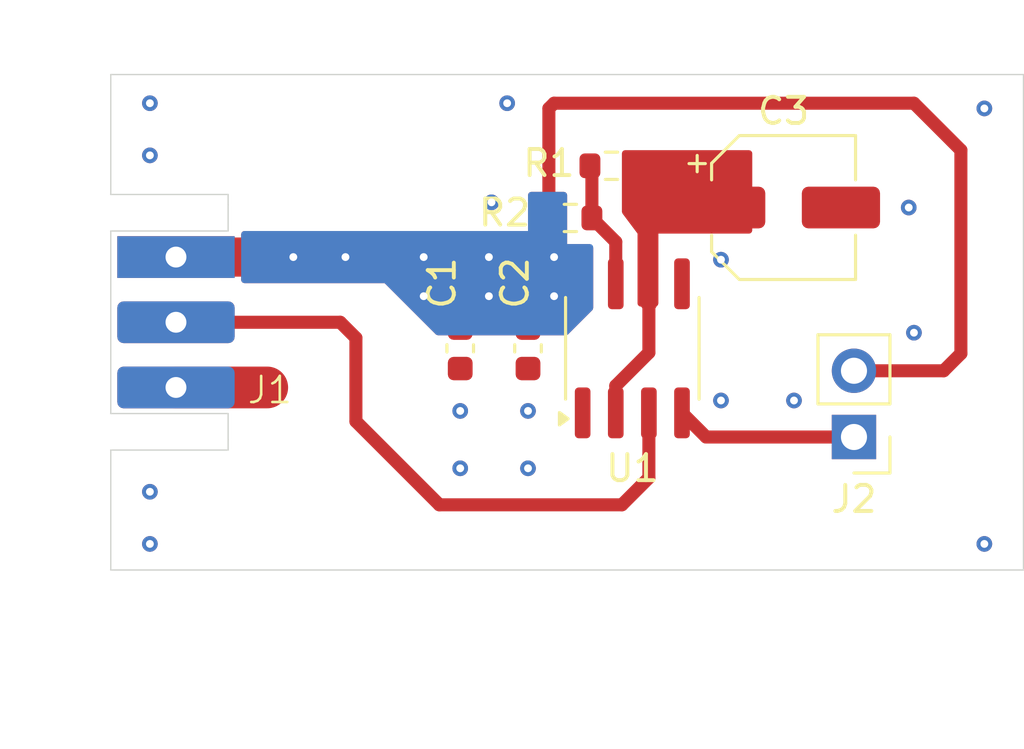
<source format=kicad_pcb>
(kicad_pcb (version 20241229) (generator "pcbnew") (generator_version "9.0")
  (layers (0 "F.Cu" signal) (2 "B.Cu" signal) (13 "F.Paste" user) (15 "B.Paste" user) (5 "F.SilkS" user "F.Silkscreen") (7 "B.SilkS" user "B.Silkscreen") (1 "F.Mask" user) (3 "B.Mask" user) (25 "Edge.Cuts" user))
  (net 0 "")
  (net 1 "+15V")
  (net 2 "GND")
  (net 3 "TR")
  (net 4 "OUT")
  (net 5 "reset")
  (net 7 "Net-(U1-DIS)")
  (footprint "Capacitor_SMD:C_0603_1608Metric" (layer "F.Cu") (at 44 76 -90)
    (property "Reference" "C2" (at -2.5 0.5 90) (layer "F.SilkS"))
    (property "Value" "10n")
    (fp_line (start -0.14058 0.51) (end 0.14058 0.51) (stroke (width 0.12)) (layer "F.SilkS"))
    (fp_line (start -0.14058 -0.51) (end 0.14058 -0.51) (stroke (width 0.12)) (layer "F.SilkS"))
    (pad "1" smd roundrect (at -0.775 0 270) (size 0.9 0.95) (layers "F.Cu" "F.Mask" "F.Paste") (net 1 "+15V"))
    (pad "2" smd roundrect (at 0.775 0 270) (size 0.9 0.95) (layers "F.Cu" "F.Mask" "F.Paste") (net 2 "GND"))
  )
  (footprint "EDGE_connectors:PCB_edge 3 pin" (layer "F.Cu") (at 30.5 77.5)
    (property "Reference" "J1" (at 3.6 0.1 0) (layer "F.SilkS") (effects (font (thickness 0.1))))
    (property "Value" "Przewód turbinki ze sterownika")
    (pad "1" thru_hole rect (at 0 -5) (size 4.5 1.6) (drill 0.8) (layers "*.Cu" "*.Mask") (net 1 "+15V"))
    (pad "2" thru_hole roundrect (at 0 -2.5) (size 4.5 1.6) (drill 0.8) (layers "*.Cu" "*.Mask") (roundrect_rratio 0.15) (net 4 "OUT"))
    (pad "3" thru_hole roundrect (at 0 0) (size 4.5 1.6) (drill 0.8) (layers "*.Cu" "*.Mask") (roundrect_rratio 0.15) (net 2 "GND"))
  )
  (footprint "Capacitor_SMD:C_0603_1608Metric" (layer "F.Cu") (at 41.4 76 -90)
    (property "Reference" "C1" (at -2.5 0.7 90) (layer "F.SilkS"))
    (property "Value" "10n")
    (fp_line (start -0.14058 0.51) (end 0.14058 0.51) (stroke (width 0.12)) (layer "F.SilkS"))
    (fp_line (start -0.14058 -0.51) (end 0.14058 -0.51) (stroke (width 0.12)) (layer "F.SilkS"))
    (pad "1" smd roundrect (at -0.775 0 270) (size 0.9 0.95) (layers "F.Cu" "F.Mask" "F.Paste") (net 1 "+15V"))
    (pad "2" smd roundrect (at 0.775 0 270) (size 0.9 0.95) (layers "F.Cu" "F.Mask" "F.Paste") (net 2 "GND"))
  )
  (footprint "Connector_PinHeader_2.54mm:PinHeader_1x02_P2.54mm_Vertical" (layer "F.Cu") (at 56.5 79.4 180)
    (property "Reference" "J2" (at 0 -2.38 0) (layer "F.SilkS"))
    (property "Value" "Styk sterowany ze stoiska testowego")
    (fp_line (start 1.38 1.27) (end 1.38 3.92) (stroke (width 0.12)) (layer "F.SilkS"))
    (fp_line (start -1.38 3.92) (end 1.38 3.92) (stroke (width 0.12)) (layer "F.SilkS"))
    (fp_line (start -1.38 1.27) (end 1.38 1.27) (stroke (width 0.12)) (layer "F.SilkS"))
    (fp_line (start -1.38 1.27) (end -1.38 3.92) (stroke (width 0.12)) (layer "F.SilkS"))
    (fp_line (start -1.38 0) (end -1.38 -1.38) (stroke (width 0.12)) (layer "F.SilkS"))
    (fp_line (start -1.38 -1.38) (end 0 -1.38) (stroke (width 0.12)) (layer "F.SilkS"))
    (pad "1" thru_hole rect (at 0 0 180) (size 1.7 1.7) (drill 1) (layers "*.Cu" "*.Mask") (net 5 "reset"))
    (pad "2" thru_hole circle (at 0 2.54 180) (size 1.7 1.7) (drill 1) (layers "*.Cu" "*.Mask") (net 1 "+15V"))
  )
  (footprint "Package_SO:SOIC-8_3.9x4.9mm_P1.27mm" (layer "F.Cu") (at 48 76 90)
    (property "Reference" "U1" (at -4.6 0 180) (layer "F.SilkS"))
    (property "Value" "NE555D")
    (fp_line (start 0 -2.56) (end 1.95 -2.56) (stroke (width 0.12)) (layer "F.SilkS"))
    (fp_line (start 0 -2.56) (end -1.95 -2.56) (stroke (width 0.12)) (layer "F.SilkS"))
    (fp_line (start 0 2.56) (end 1.95 2.56) (stroke (width 0.12)) (layer "F.SilkS"))
    (fp_line (start 0 2.56) (end -1.95 2.56) (stroke (width 0.12)) (layer "F.SilkS"))
    (fp_poly (pts (xy -2.7 -2.465) (xy -2.94 -2.795) (xy -2.46 -2.795)) (stroke (width 0.12)) (fill yes) (layer "F.SilkS"))
    (pad "1" smd roundrect (at -2.475 -1.905 90) (size 1.95 0.6) (layers "F.Cu" "F.Mask" "F.Paste") (net 2 "GND"))
    (pad "2" smd roundrect (at -2.475 -0.635 90) (size 1.95 0.6) (layers "F.Cu" "F.Mask" "F.Paste") (net 3 "TR"))
    (pad "3" smd roundrect (at -2.475 0.635 90) (size 1.95 0.6) (layers "F.Cu" "F.Mask" "F.Paste") (net 4 "OUT"))
    (pad "4" smd roundrect (at -2.475 1.905 90) (size 1.95 0.6) (layers "F.Cu" "F.Mask" "F.Paste") (net 5 "reset"))
    (pad "5" smd roundrect (at 2.475 1.905 90) (size 1.95 0.6) (layers "F.Cu" "F.Mask" "F.Paste"))
    (pad "6" smd roundrect (at 2.475 0.635 90) (size 1.95 0.6) (layers "F.Cu" "F.Mask" "F.Paste") (net 3 "TR"))
    (pad "7" smd roundrect (at 2.475 -0.635 90) (size 1.95 0.6) (layers "F.Cu" "F.Mask" "F.Paste") (net 7 "Net-(U1-DIS)"))
    (pad "8" smd roundrect (at 2.475 -1.905 90) (size 1.95 0.6) (layers "F.Cu" "F.Mask" "F.Paste") (net 1 "+15V"))
  )
  (footprint "Capacitor_SMD:CP_Elec_5x5.9" (layer "F.Cu") (at 53.8 70.6)
    (property "Reference" "C3" (at 0 -3.7 0) (layer "F.SilkS"))
    (property "Value" "1uF")
    (fp_line (start -3.625 -1.685) (end -3 -1.685) (stroke (width 0.12)) (layer "F.SilkS"))
    (fp_line (start -3.3125 -1.9975) (end -3.3125 -1.3725) (stroke (width 0.12)) (layer "F.SilkS"))
    (fp_line (start -2.76 -1.695563) (end -2.76 -1.06) (stroke (width 0.12)) (layer "F.SilkS"))
    (fp_line (start -2.76 -1.695563) (end -1.695563 -2.76) (stroke (width 0.12)) (layer "F.SilkS"))
    (fp_line (start -2.76 1.695563) (end -2.76 1.06) (stroke (width 0.12)) (layer "F.SilkS"))
    (fp_line (start -2.76 1.695563) (end -1.695563 2.76) (stroke (width 0.12)) (layer "F.SilkS"))
    (fp_line (start -1.695563 -2.76) (end 2.76 -2.76) (stroke (width 0.12)) (layer "F.SilkS"))
    (fp_line (start -1.695563 2.76) (end 2.76 2.76) (stroke (width 0.12)) (layer "F.SilkS"))
    (fp_line (start 2.76 -2.76) (end 2.76 -1.06) (stroke (width 0.12)) (layer "F.SilkS"))
    (fp_line (start 2.76 2.76) (end 2.76 1.06) (stroke (width 0.12)) (layer "F.SilkS"))
    (pad "1" smd roundrect (at -2.2 0) (size 3 1.6) (layers "F.Cu" "F.Mask" "F.Paste") (roundrect_rratio 0.15625) (net 3 "TR"))
    (pad "2" smd roundrect (at 2.2 0) (size 3 1.6) (layers "F.Cu" "F.Mask" "F.Paste") (roundrect_rratio 0.15625) (net 2 "GND"))
  )
  (footprint "Resistor_SMD:R_0603_1608Metric" (layer "F.Cu") (at 47.2 69 180)
    (property "Reference" "R1" (at 2.4 0.1 0) (layer "F.SilkS"))
    (property "Value" "10k")
    (fp_line (start -0.237258 0.5225) (end 0.237258 0.5225) (stroke (width 0.12)) (layer "F.SilkS"))
    (fp_line (start -0.237258 -0.5225) (end 0.237258 -0.5225) (stroke (width 0.12)) (layer "F.SilkS"))
    (pad "1" smd roundrect (at -0.825 0 180) (size 0.8 0.95) (layers "F.Cu" "F.Mask" "F.Paste") (net 3 "TR"))
    (pad "2" smd roundrect (at 0.825 0 180) (size 0.8 0.95) (layers "F.Cu" "F.Mask" "F.Paste") (net 7 "Net-(U1-DIS)"))
  )
  (footprint "Resistor_SMD:R_0603_1608Metric" (layer "F.Cu") (at 45.625 71 180)
    (property "Reference" "R2" (at 2.525 0.2 0) (layer "F.SilkS"))
    (property "Value" "10k")
    (fp_line (start -0.237258 0.5225) (end 0.237258 0.5225) (stroke (width 0.12)) (layer "F.SilkS"))
    (fp_line (start -0.237258 -0.5225) (end 0.237258 -0.5225) (stroke (width 0.12)) (layer "F.SilkS"))
    (pad "1" smd roundrect (at -0.825 0 180) (size 0.8 0.95) (layers "F.Cu" "F.Mask" "F.Paste") (net 7 "Net-(U1-DIS)"))
    (pad "2" smd roundrect (at 0.825 0 180) (size 0.8 0.95) (layers "F.Cu" "F.Mask" "F.Paste") (net 1 "+15V"))
  )
  (gr_line (start 32.5 70.5) (end 32.5 71.5) (stroke (width 0.05)) (layer "Edge.Cuts"))
  (gr_line (start 28 70.1) (end 28 65.5) (stroke (width 0.05)) (layer "Edge.Cuts"))
  (gr_line (start 28 79.9) (end 28 84.5) (stroke (width 0.05)) (layer "Edge.Cuts"))
  (gr_line (start 32.5 79.5) (end 32.5 79.9) (stroke (width 0.05)) (layer "Edge.Cuts"))
  (gr_line (start 28 84.5) (end 63 84.5) (stroke (width 0.05)) (layer "Edge.Cuts"))
  (gr_line (start 32.5 70.5) (end 32.5 70.1) (stroke (width 0.05)) (layer "Edge.Cuts"))
  (gr_line (start 32.5 79.9) (end 28 79.9) (stroke (width 0.05)) (layer "Edge.Cuts"))
  (gr_line (start 32.5 70.1) (end 28 70.1) (stroke (width 0.05)) (layer "Edge.Cuts"))
  (gr_line (start 28 65.5) (end 63 65.5) (stroke (width 0.05)) (layer "Edge.Cuts"))
  (gr_line (start 32.5 71.5) (end 28 71.5) (stroke (width 0.05)) (layer "Edge.Cuts"))
  (gr_line (start 28 71.5) (end 28 78.5) (stroke (width 0.05)) (layer "Edge.Cuts"))
  (gr_line (start 32.5 78.5) (end 32.5 79.5) (stroke (width 0.05)) (layer "Edge.Cuts"))
  (gr_line (start 28 78.5) (end 32.5 78.5) (stroke (width 0.05)) (layer "Edge.Cuts"))
  (gr_line (start 63 84.5) (end 63 65.5) (stroke (width 0.05)) (layer "Edge.Cuts"))
  (segment (start 59.94 76.86) (end 60.6 76.2) (width 0.5) (layer "F.Cu") (net 1))
  (segment (start 60.6 68.4) (end 58.8 66.6) (width 0.5) (layer "F.Cu") (net 1))
  (segment (start 45 66.6) (end 44.8 66.8) (width 0.5) (layer "F.Cu") (net 1))
  (segment (start 60.6 76.2) (end 60.6 68.4) (width 0.5) (layer "F.Cu") (net 1))
  (segment (start 56.5 76.86) (end 59.94 76.86) (width 0.5) (layer "F.Cu") (net 1))
  (segment (start 58.8 66.6) (end 45 66.6) (width 0.5) (layer "F.Cu") (net 1))
  (segment (start 44.8 66.8) (end 44.8 71) (width 0.5) (layer "F.Cu") (net 1))
  (segment (start 30.5 72.5) (end 33.5 72.5) (width 1.5) (layer "F.Cu") (net 1))
  (via (at 35 72.5) (size 0.6) (drill 0.3) (layers "F.Cu" "B.Cu") (net 1))
  (via (at 42.5 72.5) (size 0.6) (drill 0.3) (layers "F.Cu" "B.Cu") (net 1))
  (via (at 42.5 74) (size 0.6) (drill 0.3) (layers "F.Cu" "B.Cu") (net 1))
  (via (at 45 72.5) (size 0.6) (drill 0.3) (layers "F.Cu" "B.Cu") (net 1))
  (via (at 40 74) (size 0.6) (drill 0.3) (layers "F.Cu" "B.Cu") (net 1))
  (via (at 40 72.5) (size 0.6) (drill 0.3) (layers "F.Cu" "B.Cu") (net 1))
  (via (at 45 74) (size 0.6) (drill 0.3) (layers "F.Cu" "B.Cu") (net 1))
  (via (at 37 72.5) (size 0.6) (drill 0.3) (layers "F.Cu" "B.Cu") (net 1))
  (segment (start 30.5 77.5) (end 34 77.5) (width 1.6) (layer "F.Cu") (net 2))
  (via (at 29.5 68.6) (size 0.6) (drill 0.3) (layers "F.Cu" "B.Cu") (net 2))
  (via (at 44 80.6) (size 0.6) (drill 0.3) (layers "F.Cu" "B.Cu") (net 2))
  (via (at 43.2 66.6) (size 0.6) (drill 0.3) (layers "F.Cu" "B.Cu") (net 2))
  (via (at 58.8 75.4) (size 0.6) (drill 0.3) (layers "F.Cu" "B.Cu") (net 2))
  (via (at 51.4 78) (size 0.6) (drill 0.3) (layers "F.Cu" "B.Cu") (net 2))
  (via (at 61.5 83.5) (size 0.6) (drill 0.3) (layers "F.Cu" "B.Cu") (net 2))
  (via (at 29.5 83.5) (size 0.6) (drill 0.3) (layers "F.Cu" "B.Cu") (net 2))
  (via (at 29.5 66.6) (size 0.6) (drill 0.3) (layers "F.Cu" "B.Cu") (net 2))
  (via (at 58.6 70.6) (size 0.6) (drill 0.3) (layers "F.Cu" "B.Cu") (net 2))
  (via (at 61.5 66.8) (size 0.6) (drill 0.3) (layers "F.Cu" "B.Cu") (net 2))
  (via (at 44 78.4) (size 0.6) (drill 0.3) (layers "F.Cu" "B.Cu") (net 2))
  (via (at 29.5 81.5) (size 0.6) (drill 0.3) (layers "F.Cu" "B.Cu") (net 2))
  (via (at 41.4 80.6) (size 0.6) (drill 0.3) (layers "F.Cu" "B.Cu") (net 2))
  (via (at 54.2 78) (size 0.6) (drill 0.3) (layers "F.Cu" "B.Cu") (net 2))
  (via (at 42.6 70.4) (size 0.6) (drill 0.3) (layers "F.Cu" "B.Cu") (net 2))
  (via (at 51.4 72.6) (size 0.6) (drill 0.3) (layers "F.Cu" "B.Cu") (net 2))
  (via (at 41.4 78.4) (size 0.6) (drill 0.3) (layers "F.Cu" "B.Cu") (net 2))
  (segment (start 47.365 78.475) (end 47.365 77.435) (width 0.5) (layer "F.Cu") (net 3))
  (segment (start 48.635 76.165) (end 48.635 73.525) (width 0.5) (layer "F.Cu") (net 3))
  (segment (start 47.365 77.435) (end 48.635 76.165) (width 0.5) (layer "F.Cu") (net 3))
  (segment (start 40.6 82) (end 37.4 78.8) (width 0.5) (layer "F.Cu") (net 4))
  (segment (start 48.635 78.475) (end 48.635 80.965) (width 0.5) (layer "F.Cu") (net 4))
  (segment (start 47.6 82) (end 40.6 82) (width 0.5) (layer "F.Cu") (net 4))
  (segment (start 36.8 75) (end 30.5 75) (width 0.5) (layer "F.Cu") (net 4))
  (segment (start 37.4 78.8) (end 37.4 75.6) (width 0.5) (layer "F.Cu") (net 4))
  (segment (start 48.635 80.965) (end 47.6 82) (width 0.5) (layer "F.Cu") (net 4))
  (segment (start 37.4 75.6) (end 36.8 75) (width 0.5) (layer "F.Cu") (net 4))
  (segment (start 49.905 78.475) (end 50.83 79.4) (width 0.5) (layer "F.Cu") (net 5))
  (segment (start 50.83 79.4) (end 56.5 79.4) (width 0.5) (layer "F.Cu") (net 5))
  (segment (start 46.45 71) (end 47.365 71.915) (width 0.5) (layer "F.Cu") (net 7))
  (segment (start 47.365 71.915) (end 47.365 73.525) (width 0.5) (layer "F.Cu") (net 7))
  (segment (start 46.45 71) (end 46.45 69.075) (width 0.5) (layer "F.Cu") (net 7))
  (segment (start 46.45 69.075) (end 46.375 69) (width 0.5) (layer "F.Cu") (net 7))
  (zone (net 3) (net_name "TR") (layer "F.Cu") (priority 2) (connect_pads yes (clearance 0.5)) (min_thickness 0.25) (fill yes (thermal_gap 0.5) (thermal_bridge_width 0.5))
    (polygon (pts (xy 47.6 68.4) (xy 52.6 68.4) (xy 52.6 71.6) (xy 49 71.6) (xy 49 74.4) (xy 48.2 74.4) (xy 48.2 71.6) (xy 47.6 70.8)))
  )
  (zone (net 1) (net_name "+15V") (layers "F.Cu" "B.Cu") (priority 1) (connect_pads yes (clearance 0.5)) (min_thickness 0.25) (fill yes (thermal_gap 0.5) (thermal_bridge_width 0.5))
    (polygon (pts (xy 33 71.5) (xy 44 71.5) (xy 44 70) (xy 45.5 70) (xy 45.5 72) (xy 46.5 72) (xy 46.5 74.5) (xy 45.5 75.5) (xy 40.5 75.5) (xy 38.5 73.5) (xy 33 73.5)))
  )
)
</source>
